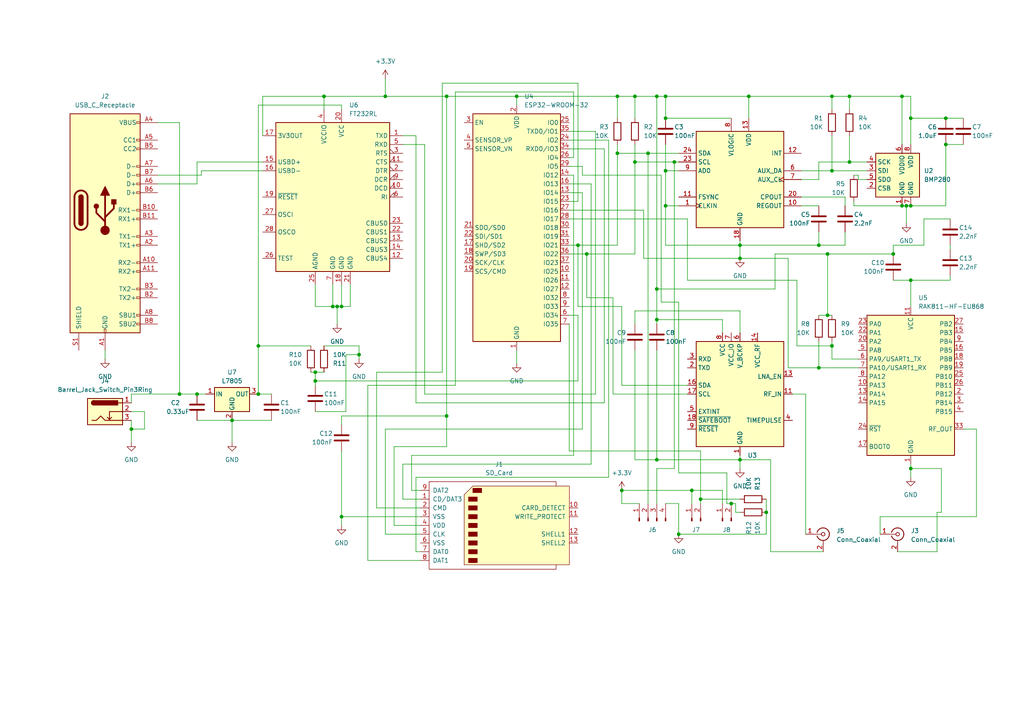
<source format=kicad_sch>
(kicad_sch (version 20230121) (generator eeschema)
  (paper "A4")
  (title_block (title "Se²Oil satelite") (date "2023-08-18") (company "Mario senta a pua, Toledo Daniel"))
  (lib_symbols
    (symbol "Connector:Barrel_Jack_Switch_Pin3Ring" (pin_names hide)
      (property "Reference" "J" (at 0 5.334 0))
      (property "Value" "Barrel_Jack_Switch_Pin3Ring" (at 0 -5.08 0))
      (symbol "Barrel_Jack_Switch_Pin3Ring_1_1"
        (pin passive line (at 7.62 2.54 180) (length 2.54) (name "~") (number "1"))
        (pin passive line (at 7.62 0 180) (length 2.54) (name "~") (number "2"))
        (pin passive line (at 7.62 -2.54 180) (length 2.54) (name "~") (number "3"))
      )
    )
    (symbol "Connector:Conn_01x02_Pin" (pin_names (offset 1.016) hide)
      (property "Reference" "J" (at 0 2.54 0))
      (property "Value" "Conn_01x02_Pin" (at 0 -5.08 0))
      (symbol "Conn_01x02_Pin_1_1"
        (pin passive line (at 5.08 0 180) (length 3.81) (name "Pin_1") (number "1"))
        (pin passive line (at 5.08 -2.54 180) (length 3.81) (name "Pin_2") (number "2"))
      )
    )
    (symbol "Connector:Conn_01x04_Pin" (pin_names (offset 1.016) hide)
      (property "Reference" "J" (at 0 5.08 0))
      (property "Value" "Conn_01x04_Pin" (at 0 -7.62 0))
      (symbol "Conn_01x04_Pin_1_1"
        (pin passive line (at 5.08 2.54 180) (length 3.81) (name "Pin_1") (number "1"))
        (pin passive line (at 5.08 0 180) (length 3.81) (name "Pin_2") (number "2"))
        (pin passive line (at 5.08 -2.54 180) (length 3.81) (name "Pin_3") (number "3"))
        (pin passive line (at 5.08 -5.08 180) (length 3.81) (name "Pin_4") (number "4"))
      )
    )
    (symbol "Connector:Conn_Coaxial" (pin_names (offset 1.016) hide)
      (property "Reference" "J" (at 0.254 3.048 0))
      (property "Value" "Conn_Coaxial" (at 2.921 0 90))
      (symbol "Conn_Coaxial_1_1"
        (pin passive line (at -5.08 0 0) (length 2.54) (name "In") (number "1"))
        (pin passive line (at 0 -5.08 90) (length 2.54) (name "Ext") (number "2"))
      )
    )
    (symbol "Connector:SD_Card" (pin_names (offset 1.016))
      (property "Reference" "J" (at -16.51 13.97 0))
      (property "Value" "SD_Card" (at 15.24 -13.97 0))
      (symbol "SD_Card_1_1"
        (pin input line (at -22.86 7.62 0) (length 2.54) (name "CD/DAT3") (number "1"))
        (pin input line (at 22.86 5.08 180) (length 2.54) (name "CARD_DETECT") (number "10"))
        (pin input line (at 22.86 2.54 180) (length 2.54) (name "WRITE_PROTECT") (number "11"))
        (pin input line (at 22.86 -2.54 180) (length 2.54) (name "SHELL1") (number "12"))
        (pin input line (at 22.86 -5.08 180) (length 2.54) (name "SHELL2") (number "13"))
        (pin input line (at -22.86 5.08 0) (length 2.54) (name "CMD") (number "2"))
        (pin power_in line (at -22.86 2.54 0) (length 2.54) (name "VSS") (number "3"))
        (pin power_in line (at -22.86 0 0) (length 2.54) (name "VDD") (number "4"))
        (pin input line (at -22.86 -2.54 0) (length 2.54) (name "CLK") (number "5"))
        (pin power_in line (at -22.86 -5.08 0) (length 2.54) (name "VSS") (number "6"))
        (pin input line (at -22.86 -7.62 0) (length 2.54) (name "DAT0") (number "7"))
        (pin input line (at -22.86 -10.16 0) (length 2.54) (name "DAT1") (number "8"))
        (pin input line (at -22.86 10.16 0) (length 2.54) (name "DAT2") (number "9"))
      )
    )
    (symbol "Connector:USB_C_Receptacle" (pin_names (offset 1.016))
      (property "Reference" "J" (at -10.16 29.21 0))
      (property "Value" "USB_C_Receptacle" (at 10.16 29.21 0))
      (symbol "USB_C_Receptacle_1_1"
        (pin passive line (at 0 -40.64 90) (length 5.08) (name "GND") (number "A1"))
        (pin bidirectional line (at 15.24 -15.24 180) (length 5.08) (name "RX2-") (number "A10"))
        (pin bidirectional line (at 15.24 -17.78 180) (length 5.08) (name "RX2+") (number "A11"))
        (pin passive line (at 0 -40.64 90) (length 5.08) hide (name "GND") (number "A12"))
        (pin bidirectional line (at 15.24 -10.16 180) (length 5.08) (name "TX1+") (number "A2"))
        (pin bidirectional line (at 15.24 -7.62 180) (length 5.08) (name "TX1-") (number "A3"))
        (pin passive line (at 15.24 25.4 180) (length 5.08) (name "VBUS") (number "A4"))
        (pin bidirectional line (at 15.24 20.32 180) (length 5.08) (name "CC1") (number "A5"))
        (pin bidirectional line (at 15.24 7.62 180) (length 5.08) (name "D+") (number "A6"))
        (pin bidirectional line (at 15.24 12.7 180) (length 5.08) (name "D-") (number "A7"))
        (pin bidirectional line (at 15.24 -30.48 180) (length 5.08) (name "SBU1") (number "A8"))
        (pin passive line (at 15.24 25.4 180) (length 5.08) hide (name "VBUS") (number "A9"))
        (pin passive line (at 0 -40.64 90) (length 5.08) hide (name "GND") (number "B1"))
        (pin bidirectional line (at 15.24 0 180) (length 5.08) (name "RX1-") (number "B10"))
        (pin bidirectional line (at 15.24 -2.54 180) (length 5.08) (name "RX1+") (number "B11"))
        (pin passive line (at 0 -40.64 90) (length 5.08) hide (name "GND") (number "B12"))
        (pin bidirectional line (at 15.24 -25.4 180) (length 5.08) (name "TX2+") (number "B2"))
        (pin bidirectional line (at 15.24 -22.86 180) (length 5.08) (name "TX2-") (number "B3"))
        (pin passive line (at 15.24 25.4 180) (length 5.08) hide (name "VBUS") (number "B4"))
        (pin bidirectional line (at 15.24 17.78 180) (length 5.08) (name "CC2") (number "B5"))
        (pin bidirectional line (at 15.24 5.08 180) (length 5.08) (name "D+") (number "B6"))
        (pin bidirectional line (at 15.24 10.16 180) (length 5.08) (name "D-") (number "B7"))
        (pin bidirectional line (at 15.24 -33.02 180) (length 5.08) (name "SBU2") (number "B8"))
        (pin passive line (at 15.24 25.4 180) (length 5.08) hide (name "VBUS") (number "B9"))
        (pin passive line (at -7.62 -40.64 90) (length 5.08) (name "SHIELD") (number "S1"))
      )
    )
    (symbol "Device:C" (pin_numbers hide) (pin_names (offset 0.254))
      (property "Reference" "C" (at 0.635 2.54 0))
      (property "Value" "C" (at 0.635 -2.54 0))
      (symbol "C_1_1"
        (pin passive line (at 0 3.81 270) (length 2.794) (name "~") (number "1"))
        (pin passive line (at 0 -3.81 90) (length 2.794) (name "~") (number "2"))
      )
    )
    (symbol "Device:R" (pin_numbers hide) (pin_names (offset 0))
      (property "Reference" "R" (at 2.032 0 90))
      (property "Value" "R" (at 0 0 90))
      (symbol "R_1_1"
        (pin passive line (at 0 3.81 270) (length 1.27) (name "~") (number "1"))
        (pin passive line (at 0 -3.81 90) (length 1.27) (name "~") (number "2"))
      )
    )
    (symbol "Interface_USB:FT232RL"
      (property "Reference" "U" (at -16.51 22.86 0))
      (property "Value" "FT232RL" (at 10.16 22.86 0))
      (symbol "FT232RL_1_1"
        (pin output line (at 20.32 17.78 180) (length 3.81) (name "TXD") (number "1"))
        (pin input input_low (at 20.32 2.54 180) (length 3.81) (name "DCD") (number "10"))
        (pin input input_low (at 20.32 10.16 180) (length 3.81) (name "CTS") (number "11"))
        (pin bidirectional line (at 20.32 -17.78 180) (length 3.81) (name "CBUS4") (number "12"))
        (pin bidirectional line (at 20.32 -12.7 180) (length 3.81) (name "CBUS2") (number "13"))
        (pin bidirectional line (at 20.32 -15.24 180) (length 3.81) (name "CBUS3") (number "14"))
        (pin bidirectional line (at -20.32 10.16 0) (length 3.81) (name "USBD+") (number "15"))
        (pin bidirectional line (at -20.32 7.62 0) (length 3.81) (name "USBD-") (number "16"))
        (pin power_out line (at -20.32 17.78 0) (length 3.81) (name "3V3OUT") (number "17"))
        (pin power_in line (at 2.54 -25.4 90) (length 3.81) (name "GND") (number "18"))
        (pin input line (at -20.32 0 0) (length 3.81) (name "~{RESET}") (number "19"))
        (pin output output_low (at 20.32 7.62 180) (length 3.81) (name "DTR") (number "2"))
        (pin power_in line (at 2.54 25.4 270) (length 3.81) (name "VCC") (number "20"))
        (pin power_in line (at 5.08 -25.4 90) (length 3.81) (name "GND") (number "21"))
        (pin bidirectional line (at 20.32 -10.16 180) (length 3.81) (name "CBUS1") (number "22"))
        (pin bidirectional line (at 20.32 -7.62 180) (length 3.81) (name "CBUS0") (number "23"))
        (pin power_in line (at -5.08 -25.4 90) (length 3.81) (name "AGND") (number "25"))
        (pin input line (at -20.32 -17.78 0) (length 3.81) (name "TEST") (number "26"))
        (pin input line (at -20.32 -5.08 0) (length 3.81) (name "OSCI") (number "27"))
        (pin output line (at -20.32 -10.16 0) (length 3.81) (name "OSCO") (number "28"))
        (pin output output_low (at 20.32 12.7 180) (length 3.81) (name "RTS") (number "3"))
        (pin power_in line (at -2.54 25.4 270) (length 3.81) (name "VCCIO") (number "4"))
        (pin input line (at 20.32 15.24 180) (length 3.81) (name "RXD") (number "5"))
        (pin input input_low (at 20.32 0 180) (length 3.81) (name "RI") (number "6"))
        (pin power_in line (at 0 -25.4 90) (length 3.81) (name "GND") (number "7"))
        (pin input input_low (at 20.32 5.08 180) (length 3.81) (name "DCR") (number "9"))
      )
    )
    (symbol "RF_GPS:MAX-M8Q"
      (property "Reference" "U" (at -10.16 16.51 0))
      (property "Value" "MAX-M8Q" (at 11.43 16.51 0))
      (symbol "MAX-M8Q_1_1"
        (pin power_in line (at 0 -17.78 90) (length 2.54) (name "GND") (number "1"))
        (pin passive line (at 0 -17.78 90) (length 2.54) hide (name "GND") (number "10"))
        (pin input line (at 15.24 0 180) (length 2.54) (name "RF_IN") (number "11"))
        (pin passive line (at 0 -17.78 90) (length 2.54) hide (name "GND") (number "12"))
        (pin output line (at 15.24 5.08 180) (length 2.54) (name "LNA_EN") (number "13"))
        (pin power_out line (at 5.08 17.78 270) (length 2.54) (name "VCC_RF") (number "14"))
        (pin no_connect line (at 12.7 -5.08 180) (length 2.54) hide (name "Reserved") (number "15"))
        (pin bidirectional line (at -15.24 2.54 0) (length 2.54) (name "SDA") (number "16"))
        (pin input line (at -15.24 0 0) (length 2.54) (name "SCL") (number "17"))
        (pin input line (at -15.24 -7.62 0) (length 2.54) (name "~{SAFEBOOT}") (number "18"))
        (pin output line (at -15.24 7.62 0) (length 2.54) (name "TXD") (number "2"))
        (pin input line (at -15.24 10.16 0) (length 2.54) (name "RXD") (number "3"))
        (pin output line (at 15.24 -7.62 180) (length 2.54) (name "TIMEPULSE") (number "4"))
        (pin input line (at -15.24 -5.08 0) (length 2.54) (name "EXTINT") (number "5"))
        (pin power_in line (at 0 17.78 270) (length 2.54) (name "V_BCKP") (number "6"))
        (pin power_in line (at -2.54 17.78 270) (length 2.54) (name "VCC_IO") (number "7"))
        (pin power_in line (at -5.08 17.78 270) (length 2.54) (name "VCC") (number "8"))
        (pin input line (at -15.24 -10.16 0) (length 2.54) (name "~{RESET}") (number "9"))
      )
    )
    (symbol "RF_Module:ESP32-WROOM-32"
      (property "Reference" "U" (at -12.7 34.29 0))
      (property "Value" "ESP32-WROOM-32" (at 1.27 34.29 0))
      (symbol "ESP32-WROOM-32_1_1"
        (pin power_in line (at 0 -35.56 90) (length 2.54) (name "GND") (number "1"))
        (pin bidirectional line (at 15.24 -12.7 180) (length 2.54) (name "IO25") (number "10"))
        (pin bidirectional line (at 15.24 -15.24 180) (length 2.54) (name "IO26") (number "11"))
        (pin bidirectional line (at 15.24 -17.78 180) (length 2.54) (name "IO27") (number "12"))
        (pin bidirectional line (at 15.24 10.16 180) (length 2.54) (name "IO14") (number "13"))
        (pin bidirectional line (at 15.24 15.24 180) (length 2.54) (name "IO12") (number "14"))
        (pin passive line (at 0 -35.56 90) (length 2.54) hide (name "GND") (number "15"))
        (pin bidirectional line (at 15.24 12.7 180) (length 2.54) (name "IO13") (number "16"))
        (pin bidirectional line (at -15.24 -5.08 0) (length 2.54) (name "SHD/SD2") (number "17"))
        (pin bidirectional line (at -15.24 -7.62 0) (length 2.54) (name "SWP/SD3") (number "18"))
        (pin bidirectional line (at -15.24 -12.7 0) (length 2.54) (name "SCS/CMD") (number "19"))
        (pin power_in line (at 0 35.56 270) (length 2.54) (name "VDD") (number "2"))
        (pin bidirectional line (at -15.24 -10.16 0) (length 2.54) (name "SCK/CLK") (number "20"))
        (pin bidirectional line (at -15.24 0 0) (length 2.54) (name "SDO/SD0") (number "21"))
        (pin bidirectional line (at -15.24 -2.54 0) (length 2.54) (name "SDI/SD1") (number "22"))
        (pin bidirectional line (at 15.24 7.62 180) (length 2.54) (name "IO15") (number "23"))
        (pin bidirectional line (at 15.24 25.4 180) (length 2.54) (name "IO2") (number "24"))
        (pin bidirectional line (at 15.24 30.48 180) (length 2.54) (name "IO0") (number "25"))
        (pin bidirectional line (at 15.24 20.32 180) (length 2.54) (name "IO4") (number "26"))
        (pin bidirectional line (at 15.24 5.08 180) (length 2.54) (name "IO16") (number "27"))
        (pin bidirectional line (at 15.24 2.54 180) (length 2.54) (name "IO17") (number "28"))
        (pin bidirectional line (at 15.24 17.78 180) (length 2.54) (name "IO5") (number "29"))
        (pin input line (at -15.24 30.48 0) (length 2.54) (name "EN") (number "3"))
        (pin bidirectional line (at 15.24 0 180) (length 2.54) (name "IO18") (number "30"))
        (pin bidirectional line (at 15.24 -2.54 180) (length 2.54) (name "IO19") (number "31"))
        (pin no_connect line (at -12.7 -27.94 0) (length 2.54) hide (name "NC") (number "32"))
        (pin bidirectional line (at 15.24 -5.08 180) (length 2.54) (name "IO21") (number "33"))
        (pin bidirectional line (at 15.24 22.86 180) (length 2.54) (name "RXD0/IO3") (number "34"))
        (pin bidirectional line (at 15.24 27.94 180) (length 2.54) (name "TXD0/IO1") (number "35"))
        (pin bidirectional line (at 15.24 -7.62 180) (length 2.54) (name "IO22") (number "36"))
        (pin bidirectional line (at 15.24 -10.16 180) (length 2.54) (name "IO23") (number "37"))
        (pin passive line (at 0 -35.56 90) (length 2.54) hide (name "GND") (number "38"))
        (pin passive line (at 0 -35.56 90) (length 2.54) hide (name "GND") (number "39"))
        (pin input line (at -15.24 25.4 0) (length 2.54) (name "SENSOR_VP") (number "4"))
        (pin input line (at -15.24 22.86 0) (length 2.54) (name "SENSOR_VN") (number "5"))
        (pin input line (at 15.24 -25.4 180) (length 2.54) (name "IO34") (number "6"))
        (pin input line (at 15.24 -27.94 180) (length 2.54) (name "IO35") (number "7"))
        (pin bidirectional line (at 15.24 -20.32 180) (length 2.54) (name "IO32") (number "8"))
        (pin bidirectional line (at 15.24 -22.86 180) (length 2.54) (name "IO33") (number "9"))
      )
    )
    (symbol "RF_Module:RAK811-HF-EU868"
      (property "Reference" "U" (at 0 31.75 0))
      (property "Value" "RAK811-HF-EU868" (at 0 27.94 0))
      (symbol "RAK811-HF-EU868_0_0"
        (pin power_in line (at 0 -22.86 90) (length 2.54) (name "GND") (number "1"))
        (pin bidirectional line (at -15.24 0 0) (length 2.54) (name "PA13") (number "10"))
        (pin power_in line (at 0 22.86 270) (length 2.54) (name "VCC") (number "11"))
        (pin passive line (at 0 -22.86 90) (length 2.54) hide (name "GND") (number "12"))
        (pin bidirectional line (at -15.24 -2.54 0) (length 2.54) (name "PA14") (number "13"))
        (pin bidirectional line (at -15.24 -5.08 0) (length 2.54) (name "PA15") (number "14"))
        (pin bidirectional line (at 15.24 15.24 180) (length 2.54) (name "PB3") (number "15"))
        (pin bidirectional line (at 15.24 10.16 180) (length 2.54) (name "PB5") (number "16"))
        (pin input line (at -15.24 -17.78 0) (length 2.54) (name "BOOT0") (number "17"))
        (pin bidirectional line (at 15.24 7.62 180) (length 2.54) (name "PB8") (number "18"))
        (pin bidirectional line (at 15.24 5.08 180) (length 2.54) (name "PB9") (number "19"))
        (pin bidirectional line (at 15.24 -2.54 180) (length 2.54) (name "PB12") (number "2"))
        (pin bidirectional line (at -15.24 12.7 0) (length 2.54) (name "PA2") (number "20"))
        (pin passive line (at 0 -22.86 90) (length 2.54) hide (name "GND") (number "21"))
        (pin bidirectional line (at -15.24 15.24 0) (length 2.54) (name "PA1") (number "22"))
        (pin bidirectional line (at -15.24 17.78 0) (length 2.54) (name "PA0") (number "23"))
        (pin input line (at -15.24 -12.7 0) (length 2.54) (name "~{RST}") (number "24"))
        (pin bidirectional line (at 15.24 2.54 180) (length 2.54) (name "PB10") (number "25"))
        (pin bidirectional line (at 15.24 0 180) (length 2.54) (name "PB11") (number "26"))
        (pin bidirectional line (at 15.24 17.78 180) (length 2.54) (name "PB2") (number "27"))
        (pin passive line (at 0 -22.86 90) (length 2.54) hide (name "GND") (number "28"))
        (pin passive line (at 0 -22.86 90) (length 2.54) hide (name "GND") (number "29"))
        (pin bidirectional line (at 15.24 -5.08 180) (length 2.54) (name "PB14") (number "3"))
        (pin passive line (at 0 -22.86 90) (length 2.54) hide (name "GND") (number "30"))
        (pin passive line (at 0 -22.86 90) (length 2.54) hide (name "GND") (number "31"))
        (pin passive line (at 0 -22.86 90) (length 2.54) hide (name "GND") (number "32"))
        (pin passive line (at 15.24 -12.7 180) (length 2.54) (name "RF_OUT") (number "33"))
        (pin passive line (at 0 -22.86 90) (length 2.54) hide (name "GND") (number "34"))
        (pin bidirectional line (at 15.24 -7.62 180) (length 2.54) (name "PB15") (number "4"))
        (pin bidirectional line (at -15.24 10.16 0) (length 2.54) (name "PA8") (number "5"))
        (pin bidirectional line (at -15.24 7.62 0) (length 2.54) (name "PA9/USART1_TX") (number "6"))
        (pin bidirectional line (at -15.24 5.08 0) (length 2.54) (name "PA10/USART1_RX") (number "7"))
        (pin bidirectional line (at -15.24 2.54 0) (length 2.54) (name "PA12") (number "8"))
        (pin bidirectional line (at 15.24 12.7 180) (length 2.54) (name "PB4") (number "9"))
      )
    )
    (symbol "Regulator_Linear:L7805" (pin_names (offset 0.254))
      (property "Reference" "U" (at -3.81 3.175 0))
      (property "Value" "L7805" (at 0 3.175 0))
      (symbol "L7805_1_1"
        (pin power_in line (at -7.62 0 0) (length 2.54) (name "IN") (number "1"))
        (pin power_in line (at 0 -7.62 90) (length 2.54) (name "GND") (number "2"))
        (pin power_out line (at 7.62 0 180) (length 2.54) (name "OUT") (number "3"))
      )
    )
    (symbol "Sensor_Motion:MPU-6050"
      (property "Reference" "U" (at -11.43 13.97 0))
      (property "Value" "MPU-6050" (at 7.62 -15.24 0))
      (symbol "MPU-6050_0_0"
        (text "" (at 12.7 -2.54 0) (effects (font (size 1.27 1.27))))
      )
      (symbol "MPU-6050_1_1"
        (pin input clock (at -17.78 -7.62 0) (length 5.08) (name "CLKIN") (number "1"))
        (pin passive line (at 17.78 -7.62 180) (length 5.08) (name "REGOUT") (number "10"))
        (pin input line (at -17.78 -5.08 0) (length 5.08) (name "FSYNC") (number "11"))
        (pin output line (at 17.78 7.62 180) (length 5.08) (name "INT") (number "12"))
        (pin power_in line (at 2.54 17.78 270) (length 3.81) (name "VDD") (number "13"))
        (pin no_connect line (at -12.7 -10.16 0) (length 2.54) hide (name "NC") (number "14"))
        (pin no_connect line (at 12.7 12.7 180) (length 2.54) hide (name "NC") (number "15"))
        (pin no_connect line (at 12.7 10.16 180) (length 2.54) hide (name "NC") (number "16"))
        (pin no_connect line (at 12.7 5.08 180) (length 2.54) hide (name "NC") (number "17"))
        (pin power_in line (at 0 -17.78 90) (length 3.81) (name "GND") (number "18"))
        (pin no_connect line (at 12.7 -10.16 180) (length 2.54) hide (name "RESV") (number "19"))
        (pin no_connect line (at -12.7 12.7 0) (length 2.54) hide (name "NC") (number "2"))
        (pin passive line (at 17.78 -5.08 180) (length 5.08) (name "CPOUT") (number "20"))
        (pin no_connect line (at 12.7 -2.54 180) (length 2.54) hide (name "RESV") (number "21"))
        (pin no_connect line (at 12.7 -12.7 180) (length 2.54) hide (name "RESV") (number "22"))
        (pin input line (at -17.78 5.08 0) (length 5.08) (name "SCL") (number "23"))
        (pin bidirectional line (at -17.78 7.62 0) (length 5.08) (name "SDA") (number "24"))
        (pin no_connect line (at -12.7 10.16 0) (length 2.54) hide (name "NC") (number "3"))
        (pin no_connect line (at -12.7 0 0) (length 2.54) hide (name "NC") (number "4"))
        (pin no_connect line (at -12.7 -2.54 0) (length 2.54) hide (name "NC") (number "5"))
        (pin bidirectional line (at 17.78 2.54 180) (length 5.08) (name "AUX_DA") (number "6"))
        (pin output clock (at 17.78 0 180) (length 5.08) (name "AUX_CL") (number "7"))
        (pin power_in line (at -2.54 17.78 270) (length 3.81) (name "VLOGIC") (number "8"))
        (pin input line (at -17.78 2.54 0) (length 5.08) (name "AD0") (number "9"))
      )
    )
    (symbol "Sensor_Pressure:BMP280"
      (property "Reference" "U" (at -7.62 10.16 0))
      (property "Value" "BMP280" (at 5.08 10.16 0))
      (symbol "BMP280_1_1"
        (pin power_in line (at 0 -7.62 90) (length 2.54) (name "GND") (number "1"))
        (pin input line (at -10.16 -2.54 0) (length 2.54) (name "CSB") (number "2"))
        (pin bidirectional line (at -10.16 2.54 0) (length 2.54) (name "SDI") (number "3"))
        (pin input line (at -10.16 5.08 0) (length 2.54) (name "SCK") (number "4"))
        (pin bidirectional line (at -10.16 0 0) (length 2.54) (name "SDO") (number "5"))
        (pin power_in line (at 0 10.16 270) (length 2.54) (name "VDDIO") (number "6"))
        (pin power_in line (at 2.54 -7.62 90) (length 2.54) (name "GND") (number "7"))
        (pin power_in line (at 2.54 10.16 270) (length 2.54) (name "VDD") (number "8"))
      )
    )
    (symbol "power:+3.3V" (power) (pin_names (offset 0))
      (property "Value" "+3.3V" (at 0 3.556 0))
      (symbol "+3.3V_1_1"
        (pin power_in line (at 0 0 90) (length 0) hide (name "+3.3V") (number "1"))
      )
    )
    (symbol "power:GND" (power) (pin_names (offset 0))
      (property "Value" "GND" (at 0 -3.81 0))
      (symbol "GND_1_1"
        (pin power_in line (at 0 0 270) (length 0) hide (name "GND") (number "1"))
      )
    )
  )
  (junction (at 193.04 59.69))
  (junction (at 274.32 34.29))
  (junction (at 104.14 102.87))
  (junction (at 179.07 44.45))
  (junction (at 261.62 59.69))
  (junction (at 193.04 34.29))
  (junction (at 246.38 27.94))
  (junction (at 74.93 100.33))
  (junction (at 52.07 114.3))
  (junction (at 190.5 92.71))
  (junction (at 57.15 114.3))
  (junction (at 196.85 154.94))
  (junction (at 190.5 27.94))
  (junction (at 264.16 59.69))
  (junction (at 167.64 71.12))
  (junction (at 246.38 46.99))
  (junction (at 179.07 27.94))
  (junction (at 241.3 49.53))
  (junction (at 241.3 100.33))
  (junction (at 187.96 44.45))
  (junction (at 129.54 27.94))
  (junction (at 193.04 27.94))
  (junction (at 91.44 107.95))
  (junction (at 96.52 88.9))
  (junction (at 214.63 71.12))
  (junction (at 91.44 110.49))
  (junction (at 180.34 142.24))
  (junction (at 195.58 46.99))
  (junction (at 212.09 146.05))
  (junction (at 261.62 27.94))
  (junction (at 264.16 135.89))
  (junction (at 190.5 133.35))
  (junction (at 67.31 121.92))
  (junction (at 74.93 114.3))
  (junction (at 237.49 71.12))
  (junction (at 190.5 83.82))
  (junction (at 129.54 120.65))
  (junction (at 111.76 27.94))
  (junction (at 97.79 88.9))
  (junction (at 274.32 41.91))
  (junction (at 240.03 73.66))
  (junction (at 184.15 27.94))
  (junction (at 241.3 27.94))
  (junction (at 170.18 73.66))
  (junction (at 149.86 27.94))
  (junction (at 259.08 73.66))
  (junction (at 214.63 74.93))
  (junction (at 264.16 81.28))
  (junction (at 203.2 144.78))
  (junction (at 214.63 133.35))
  (junction (at 240.03 91.44))
  (junction (at 38.1 124.46))
  (junction (at 99.06 149.86))
  (junction (at 264.16 34.29))
  (junction (at 93.98 27.94))
  (junction (at 184.15 46.99))
  (junction (at 193.04 49.53))
  (junction (at 217.17 27.94))
  (junction (at 237.49 106.68))
  (junction (at 262.89 59.69))
  (junction (at 99.06 88.9))
  (junction (at 222.25 148.59))
  (junction (at 200.66 142.24))
  (wire (pts (xy 193.04 146.05) (xy 196.85 146.05)))
  (wire (pts (xy 186.69 60.96) (xy 186.69 74.93)))
  (wire (pts (xy 237.49 46.99) (xy 246.38 46.99)))
  (wire (pts (xy 179.07 27.94) (xy 184.15 27.94)))
  (wire (pts (xy 184.15 133.35) (xy 190.5 133.35)))
  (wire (pts (xy 255.27 154.94) (xy 255.27 149.86)))
  (wire (pts (xy 101.6 82.55) (xy 101.6 88.9)))
  (wire (pts (xy 238.76 160.02) (xy 223.52 160.02)))
  (wire (pts (xy 166.37 26.67) (xy 166.37 45.72)))
  (wire (pts (xy 195.58 46.99) (xy 184.15 46.99)))
  (wire (pts (xy 255.27 149.86) (xy 283.21 149.86)))
  (wire (pts (xy 78.74 114.3) (xy 74.93 114.3)))
  (wire (pts (xy 111.76 22.86) (xy 111.76 27.94)))
  (wire (pts (xy 165.1 50.8) (xy 166.37 50.8)))
  (wire (pts (xy 67.31 121.92) (xy 67.31 128.27)))
  (wire (pts (xy 109.22 107.95) (xy 128.27 107.95)))
  (wire (pts (xy 120.65 39.37) (xy 116.84 39.37)))
  (wire (pts (xy 240.03 73.66) (xy 259.08 73.66)))
  (wire (pts (xy 247.65 59.69) (xy 247.65 58.42)))
  (wire (pts (xy 196.85 59.69) (xy 193.04 59.69)))
  (wire (pts (xy 264.16 134.62) (xy 264.16 135.89)))
  (wire (pts (xy 237.49 99.06) (xy 237.49 106.68)))
  (wire (pts (xy 180.34 142.24) (xy 180.34 146.05)))
  (wire (pts (xy 149.86 101.6) (xy 149.86 105.41)))
  (wire (pts (xy 187.96 44.45) (xy 179.07 44.45)))
  (wire (pts (xy 184.15 90.17) (xy 214.63 90.17)))
  (wire (pts (xy 217.17 34.29) (xy 217.17 27.94)))
  (wire (pts (xy 74.93 30.48) (xy 99.06 30.48)))
  (wire (pts (xy 259.08 81.28) (xy 264.16 81.28)))
  (wire (pts (xy 190.5 93.98) (xy 190.5 92.71)))
  (wire (pts (xy 38.1 119.38) (xy 41.91 119.38)))
  (wire (pts (xy 199.39 114.3) (xy 177.8 114.3)))
  (wire (pts (xy 193.04 27.94) (xy 217.17 27.94)))
  (wire (pts (xy 223.52 133.35) (xy 214.63 133.35)))
  (wire (pts (xy 190.5 27.94) (xy 193.04 27.94)))
  (wire (pts (xy 246.38 31.75) (xy 246.38 27.94)))
  (wire (pts (xy 246.38 27.94) (xy 261.62 27.94)))
  (wire (pts (xy 237.49 106.68) (xy 248.92 106.68)))
  (wire (pts (xy 231.14 81.28) (xy 231.14 100.33)))
  (wire (pts (xy 248.92 52.07) (xy 251.46 52.07)))
  (wire (pts (xy 214.63 132.08) (xy 214.63 133.35)))
  (wire (pts (xy 116.84 134.62) (xy 171.45 134.62)))
  (wire (pts (xy 106.68 111.76) (xy 132.08 111.76)))
  (wire (pts (xy 274.32 41.91) (xy 279.4 41.91)))
  (wire (pts (xy 128.27 24.13) (xy 167.64 24.13)))
  (wire (pts (xy 193.04 34.29) (xy 193.04 27.94)))
  (wire (pts (xy 177.8 86.36) (xy 177.8 114.3)))
  (wire (pts (xy 184.15 41.91) (xy 184.15 46.99)))
  (wire (pts (xy 93.98 27.94) (xy 93.98 31.75)))
  (wire (pts (xy 209.55 142.24) (xy 200.66 142.24)))
  (wire (pts (xy 109.22 147.32) (xy 109.22 107.95)))
  (wire (pts (xy 116.84 41.91) (xy 123.19 41.91)))
  (wire (pts (xy 114.3 152.4) (xy 114.3 129.54)))
  (wire (pts (xy 262.89 59.69) (xy 262.89 64.77)))
  (wire (pts (xy 214.63 144.78) (xy 203.2 144.78)))
  (wire (pts (xy 121.92 154.94) (xy 111.76 154.94)))
  (wire (pts (xy 214.63 90.17) (xy 214.63 96.52)))
  (wire (pts (xy 99.06 149.86) (xy 99.06 152.4)))
  (wire (pts (xy 123.19 41.91) (xy 123.19 114.3)))
  (wire (pts (xy 199.39 111.76) (xy 180.34 111.76)))
  (wire (pts (xy 170.18 86.36) (xy 177.8 86.36)))
  (wire (pts (xy 184.15 34.29) (xy 184.15 27.94)))
  (wire (pts (xy 196.85 154.94) (xy 222.25 154.94)))
  (wire (pts (xy 99.06 120.65) (xy 99.06 123.19)))
  (wire (pts (xy 132.08 26.67) (xy 166.37 26.67)))
  (wire (pts (xy 165.1 63.5) (xy 199.39 63.5)))
  (wire (pts (xy 187.96 44.45) (xy 187.96 146.05)))
  (wire (pts (xy 172.72 38.1) (xy 165.1 38.1)))
  (wire (pts (xy 149.86 27.94) (xy 149.86 30.48)))
  (wire (pts (xy 38.1 121.92) (xy 38.1 124.46)))
  (wire (pts (xy 267.97 71.12) (xy 267.97 63.5)))
  (wire (pts (xy 214.63 148.59) (xy 213.36 148.59)))
  (wire (pts (xy 261.62 41.91) (xy 261.62 27.94)))
  (wire (pts (xy 57.15 121.92) (xy 67.31 121.92)))
  (wire (pts (xy 168.91 55.88) (xy 165.1 55.88)))
  (wire (pts (xy 196.85 146.05) (xy 196.85 154.94)))
  (wire (pts (xy 74.93 100.33) (xy 90.17 100.33)))
  (wire (pts (xy 120.65 39.37) (xy 120.65 116.84)))
  (wire (pts (xy 273.05 148.59) (xy 271.78 148.59)))
  (wire (pts (xy 132.08 111.76) (xy 132.08 26.67)))
  (wire (pts (xy 52.07 35.56) (xy 45.72 35.56)))
  (wire (pts (xy 214.63 133.35) (xy 214.63 135.89)))
  (wire (pts (xy 196.85 44.45) (xy 187.96 44.45)))
  (wire (pts (xy 170.18 73.66) (xy 184.15 73.66)))
  (wire (pts (xy 45.72 50.8) (xy 58.42 50.8)))
  (wire (pts (xy 275.59 71.12) (xy 275.59 72.39)))
  (wire (pts (xy 179.07 71.12) (xy 179.07 44.45)))
  (wire (pts (xy 274.32 41.91) (xy 274.32 59.69)))
  (wire (pts (xy 119.38 142.24) (xy 119.38 132.08)))
  (wire (pts (xy 128.27 107.95) (xy 128.27 24.13)))
  (wire (pts (xy 283.21 149.86) (xy 283.21 124.46)))
  (wire (pts (xy 129.54 120.65) (xy 129.54 27.94)))
  (wire (pts (xy 241.3 104.14) (xy 241.3 100.33)))
  (wire (pts (xy 191.77 50.8) (xy 168.91 50.8)))
  (wire (pts (xy 193.04 49.53) (xy 196.85 49.53)))
  (wire (pts (xy 190.5 27.94) (xy 190.5 83.82)))
  (wire (pts (xy 121.92 144.78) (xy 116.84 144.78)))
  (wire (pts (xy 241.3 27.94) (xy 246.38 27.94)))
  (wire (pts (xy 99.06 82.55) (xy 99.06 88.9)))
  (wire (pts (xy 58.42 50.8) (xy 58.42 49.53)))
  (wire (pts (xy 121.92 147.32) (xy 109.22 147.32)))
  (wire (pts (xy 200.66 142.24) (xy 200.66 146.05)))
  (wire (pts (xy 203.2 130.81) (xy 165.1 130.81)))
  (wire (pts (xy 214.63 74.93) (xy 228.6 74.93)))
  (wire (pts (xy 193.04 34.29) (xy 212.09 34.29)))
  (wire (pts (xy 237.49 71.12) (xy 214.63 71.12)))
  (wire (pts (xy 165.1 40.64) (xy 176.53 40.64)))
  (wire (pts (xy 167.64 24.13) (xy 167.64 58.42)))
  (wire (pts (xy 248.92 50.8) (xy 248.92 52.07)))
  (wire (pts (xy 217.17 27.94) (xy 241.3 27.94)))
  (wire (pts (xy 184.15 27.94) (xy 190.5 27.94)))
  (wire (pts (xy 224.79 83.82) (xy 190.5 83.82)))
  (wire (pts (xy 99.06 88.9) (xy 97.79 88.9)))
  (wire (pts (xy 275.59 81.28) (xy 275.59 80.01)))
  (wire (pts (xy 52.07 114.3) (xy 57.15 114.3)))
  (wire (pts (xy 264.16 81.28) (xy 264.16 88.9)))
  (wire (pts (xy 38.1 114.3) (xy 52.07 114.3)))
  (wire (pts (xy 121.92 162.56) (xy 106.68 162.56)))
  (wire (pts (xy 180.34 111.76) (xy 180.34 88.9)))
  (wire (pts (xy 168.91 124.46) (xy 168.91 55.88)))
  (wire (pts (xy 193.04 49.53) (xy 193.04 59.69)))
  (wire (pts (xy 213.36 148.59) (xy 213.36 146.05)))
  (wire (pts (xy 209.55 146.05) (xy 209.55 142.24)))
  (wire (pts (xy 99.06 31.75) (xy 99.06 30.48)))
  (wire (pts (xy 186.69 74.93) (xy 214.63 74.93)))
  (wire (pts (xy 273.05 135.89) (xy 273.05 148.59)))
  (wire (pts (xy 246.38 46.99) (xy 251.46 46.99)))
  (wire (pts (xy 264.16 135.89) (xy 264.16 138.43)))
  (wire (pts (xy 191.77 50.8) (xy 191.77 87.63)))
  (wire (pts (xy 267.97 63.5) (xy 275.59 63.5)))
  (wire (pts (xy 111.76 124.46) (xy 168.91 124.46)))
  (wire (pts (xy 203.2 130.81) (xy 203.2 144.78)))
  (wire (pts (xy 199.39 81.28) (xy 231.14 81.28)))
  (wire (pts (xy 199.39 63.5) (xy 199.39 81.28)))
  (wire (pts (xy 41.91 124.46) (xy 38.1 124.46)))
  (wire (pts (xy 74.93 100.33) (xy 74.93 114.3)))
  (wire (pts (xy 91.44 107.95) (xy 93.98 107.95)))
  (wire (pts (xy 171.45 53.34) (xy 165.1 53.34)))
  (wire (pts (xy 261.62 59.69) (xy 262.89 59.69)))
  (wire (pts (xy 271.78 148.59) (xy 271.78 160.02)))
  (wire (pts (xy 184.15 73.66) (xy 184.15 46.99)))
  (wire (pts (xy 165.1 58.42) (xy 167.64 58.42)))
  (wire (pts (xy 264.16 34.29) (xy 274.32 34.29)))
  (wire (pts (xy 168.91 50.8) (xy 168.91 48.26)))
  (wire (pts (xy 93.98 100.33) (xy 104.14 100.33)))
  (wire (pts (xy 233.68 114.3) (xy 229.87 114.3)))
  (wire (pts (xy 52.07 114.3) (xy 52.07 35.56)))
  (wire (pts (xy 264.16 34.29) (xy 264.16 27.94)))
  (wire (pts (xy 259.08 71.12) (xy 259.08 73.66)))
  (wire (pts (xy 129.54 27.94) (xy 149.86 27.94)))
  (wire (pts (xy 45.72 53.34) (xy 57.15 53.34)))
  (wire (pts (xy 222.25 144.78) (xy 222.25 148.59)))
  (wire (pts (xy 116.84 144.78) (xy 116.84 134.62)))
  (wire (pts (xy 231.14 100.33) (xy 241.3 100.33)))
  (wire (pts (xy 193.04 41.91) (xy 193.04 49.53)))
  (wire (pts (xy 232.41 49.53) (xy 241.3 49.53)))
  (wire (pts (xy 58.42 49.53) (xy 76.2 49.53)))
  (wire (pts (xy 99.06 88.9) (xy 101.6 88.9)))
  (wire (pts (xy 209.55 92.71) (xy 209.55 96.52)))
  (wire (pts (xy 121.92 142.24) (xy 119.38 142.24)))
  (wire (pts (xy 190.5 133.35) (xy 190.5 101.6)))
  (wire (pts (xy 190.5 135.89) (xy 195.58 135.89)))
  (wire (pts (xy 180.34 146.05) (xy 185.42 146.05)))
  (wire (pts (xy 245.11 59.69) (xy 245.11 57.15)))
  (wire (pts (xy 247.65 59.69) (xy 261.62 59.69)))
  (wire (pts (xy 224.79 73.66) (xy 224.79 83.82)))
  (wire (pts (xy 91.44 82.55) (xy 91.44 88.9)))
  (wire (pts (xy 114.3 129.54) (xy 129.54 129.54)))
  (wire (pts (xy 99.06 120.65) (xy 129.54 120.65)))
  (wire (pts (xy 120.65 116.84) (xy 175.26 116.84)))
  (wire (pts (xy 129.54 129.54) (xy 129.54 120.65)))
  (wire (pts (xy 264.16 41.91) (xy 264.16 34.29)))
  (wire (pts (xy 38.1 116.84) (xy 38.1 114.3)))
  (wire (pts (xy 241.3 31.75) (xy 241.3 27.94)))
  (wire (pts (xy 76.2 27.94) (xy 93.98 27.94)))
  (wire (pts (xy 166.37 45.72) (xy 165.1 45.72)))
  (wire (pts (xy 279.4 124.46) (xy 283.21 124.46)))
  (wire (pts (xy 190.5 146.05) (xy 190.5 135.89)))
  (wire (pts (xy 237.49 67.31) (xy 237.49 71.12)))
  (wire (pts (xy 259.08 71.12) (xy 267.97 71.12)))
  (wire (pts (xy 228.6 74.93) (xy 228.6 106.68)))
  (wire (pts (xy 96.52 82.55) (xy 96.52 88.9)))
  (wire (pts (xy 99.06 130.81) (xy 99.06 149.86)))
  (wire (pts (xy 120.65 138.43) (xy 120.65 160.02)))
  (wire (pts (xy 184.15 93.98) (xy 184.15 90.17)))
  (wire (pts (xy 180.34 142.24) (xy 200.66 142.24)))
  (wire (pts (xy 237.49 91.44) (xy 240.03 91.44)))
  (wire (pts (xy 190.5 133.35) (xy 214.63 133.35)))
  (wire (pts (xy 123.19 114.3) (xy 172.72 114.3)))
  (wire (pts (xy 166.37 132.08) (xy 166.37 50.8)))
  (wire (pts (xy 176.53 138.43) (xy 120.65 138.43)))
  (wire (pts (xy 251.46 49.53) (xy 241.3 49.53)))
  (wire (pts (xy 195.58 135.89) (xy 195.58 46.99)))
  (wire (pts (xy 240.03 91.44) (xy 241.3 91.44)))
  (wire (pts (xy 57.15 53.34) (xy 57.15 46.99)))
  (wire (pts (xy 111.76 27.94) (xy 129.54 27.94)))
  (wire (pts (xy 264.16 81.28) (xy 275.59 81.28)))
  (wire (pts (xy 76.2 39.37) (xy 76.2 27.94)))
  (wire (pts (xy 165.1 130.81) (xy 165.1 93.98)))
  (wire (pts (xy 74.93 30.48) (xy 74.93 100.33)))
  (wire (pts (xy 38.1 124.46) (xy 38.1 128.27)))
  (wire (pts (xy 30.48 101.6) (xy 30.48 104.14)))
  (wire (pts (xy 97.79 88.9) (xy 96.52 88.9)))
  (wire (pts (xy 179.07 27.94) (xy 179.07 34.29)))
  (wire (pts (xy 273.05 135.89) (xy 264.16 135.89)))
  (wire (pts (xy 104.14 102.87) (xy 104.14 104.14)))
  (wire (pts (xy 149.86 27.94) (xy 179.07 27.94)))
  (wire (pts (xy 241.3 100.33) (xy 241.3 99.06)))
  (wire (pts (xy 223.52 160.02) (xy 223.52 133.35)))
  (wire (pts (xy 179.07 44.45) (xy 179.07 41.91)))
  (wire (pts (xy 167.64 91.44) (xy 165.1 91.44)))
  (wire (pts (xy 213.36 146.05) (xy 212.09 146.05)))
  (wire (pts (xy 91.44 107.95) (xy 91.44 110.49)))
  (wire (pts (xy 57.15 46.99) (xy 76.2 46.99)))
  (wire (pts (xy 170.18 73.66) (xy 170.18 86.36)))
  (wire (pts (xy 91.44 110.49) (xy 91.44 111.76)))
  (wire (pts (xy 91.44 110.49) (xy 167.64 110.49)))
  (wire (pts (xy 167.64 71.12) (xy 179.07 71.12)))
  (wire (pts (xy 121.92 149.86) (xy 99.06 149.86)))
  (wire (pts (xy 248.92 50.8) (xy 247.65 50.8)))
  (wire (pts (xy 184.15 101.6) (xy 184.15 133.35)))
  (wire (pts (xy 237.49 52.07) (xy 237.49 46.99)))
  (wire (pts (xy 167.64 88.9) (xy 180.34 88.9)))
  (wire (pts (xy 245.11 71.12) (xy 237.49 71.12)))
  (wire (pts (xy 248.92 104.14) (xy 241.3 104.14)))
  (wire (pts (xy 224.79 73.66) (xy 240.03 73.66)))
  (wire (pts (xy 264.16 27.94) (xy 261.62 27.94)))
  (wire (pts (xy 210.82 137.16) (xy 210.82 146.05)))
  (wire (pts (xy 196.85 87.63) (xy 196.85 137.16)))
  (wire (pts (xy 176.53 40.64) (xy 176.53 138.43)))
  (wire (pts (xy 106.68 111.76) (xy 106.68 162.56)))
  (wire (pts (xy 193.04 59.69) (xy 193.04 71.12)))
  (wire (pts (xy 196.85 46.99) (xy 195.58 46.99)))
  (wire (pts (xy 228.6 106.68) (xy 237.49 106.68)))
  (wire (pts (xy 167.64 71.12) (xy 167.64 88.9)))
  (wire (pts (xy 67.31 121.92) (xy 78.74 121.92)))
  (wire (pts (xy 232.41 57.15) (xy 245.11 57.15)))
  (wire (pts (xy 232.41 52.07) (xy 237.49 52.07)))
  (wire (pts (xy 190.5 83.82) (xy 190.5 92.71)))
  (wire (pts (xy 90.17 107.95) (xy 91.44 107.95)))
  (wire (pts (xy 190.5 92.71) (xy 209.55 92.71)))
  (wire (pts (xy 214.63 71.12) (xy 214.63 74.93)))
  (wire (pts (xy 240.03 73.66) (xy 240.03 91.44)))
  (wire (pts (xy 274.32 59.69) (xy 264.16 59.69)))
  (wire (pts (xy 91.44 119.38) (xy 100.33 119.38)))
  (wire (pts (xy 210.82 146.05) (xy 212.09 146.05)))
  (wire (pts (xy 171.45 134.62) (xy 171.45 53.34)))
  (wire (pts (xy 97.79 88.9) (xy 97.79 93.98)))
  (wire (pts (xy 214.63 69.85) (xy 214.63 71.12)))
  (wire (pts (xy 196.85 137.16) (xy 210.82 137.16)))
  (wire (pts (xy 165.1 60.96) (xy 186.69 60.96)))
  (wire (pts (xy 262.89 59.69) (xy 264.16 59.69)))
  (wire (pts (xy 241.3 39.37) (xy 241.3 49.53)))
  (wire (pts (xy 246.38 39.37) (xy 246.38 46.99)))
  (wire (pts (xy 41.91 119.38) (xy 41.91 124.46)))
  (wire (pts (xy 203.2 144.78) (xy 203.2 146.05)))
  (wire (pts (xy 57.15 114.3) (xy 59.69 114.3)))
  (wire (pts (xy 271.78 160.02) (xy 260.35 160.02)))
  (wire (pts (xy 91.44 88.9) (xy 96.52 88.9)))
  (wire (pts (xy 119.38 132.08) (xy 166.37 132.08)))
  (wire (pts (xy 175.26 116.84) (xy 175.26 43.18)))
  (wire (pts (xy 93.98 27.94) (xy 111.76 27.94)))
  (wire (pts (xy 222.25 154.94) (xy 222.25 148.59)))
  (wire (pts (xy 167.64 110.49) (xy 167.64 91.44)))
  (wire (pts (xy 100.33 102.87) (xy 104.14 102.87)))
  (wire (pts (xy 104.14 100.33) (xy 104.14 102.87)))
  (wire (pts (xy 120.65 160.02) (xy 121.92 160.02)))
  (wire (pts (xy 100.33 119.38) (xy 100.33 102.87)))
  (wire (pts (xy 233.68 114.3) (xy 233.68 154.94)))
  (wire (pts (xy 232.41 59.69) (xy 237.49 59.69)))
  (wire (pts (xy 191.77 87.63) (xy 196.85 87.63)))
  (wire (pts (xy 193.04 71.12) (xy 214.63 71.12)))
  (wire (pts (xy 172.72 114.3) (xy 172.72 38.1)))
  (wire (pts (xy 165.1 71.12) (xy 167.64 71.12)))
  (wire (pts (xy 121.92 152.4) (xy 114.3 152.4)))
  (wire (pts (xy 165.1 73.66) (xy 170.18 73.66)))
  (wire (pts (xy 168.91 48.26) (xy 165.1 48.26)))
  (wire (pts (xy 111.76 154.94) (xy 111.76 124.46)))
  (wire (pts (xy 175.26 43.18) (xy 165.1 43.18)))
  (wire (pts (xy 274.32 34.29) (xy 279.4 34.29)))
  (wire (pts (xy 245.11 67.31) (xy 245.11 71.12)))
  (symbol (lib_id "power:GND") (at 264.16 138.43 0) (unit 1)
    (property "Reference" "#PWR09" (effects hide))
    (property "Value" "GND" (at 264.16 143.51 0))
  )
  (symbol (lib_id "Device:C") (at 245.11 63.5 0) (unit 1)
    (property "Reference" "C4" (at 247.65 62.23 0) (effects (justify left)))
    (property "Value" "2.2nF" (at 247.65 64.77 0) (effects (justify left)))
    (property "Footprint" "Capacitor_SMD:C_0201_0603Metric" (effects hide))
  )
  (symbol (lib_id "Sensor_Pressure:BMP280") (at 261.62 52.07 0) (unit 1)
    (property "Reference" "U2" (at 267.97 49.53 0) (effects (justify left)))
    (property "Value" "BMP280" (at 267.97 52.07 0) (effects (justify left)))
    (property "Footprint" "Package_LGA:Bosch_LGA-8_2x2.5mm_P0.65mm_ClockwisePinNumbering" (effects hide))
    (property "Datasheet" "https://ae-bst.resource.bosch.com/media/_tech/media/datasheets/BST-BMP280-DS001.pdf" (effects hide))
  )
  (symbol (lib_id "Device:C") (at 91.44 115.57 0) (unit 1)
    (property "Reference" "C11" (at 93.98 114.3 0) (effects (justify left)))
    (property "Value" "100nF" (at 93.98 116.84 0) (effects (justify left)))
    (property "Footprint" "Capacitor_SMD:C_0805_2012Metric" (effects hide))
  )
  (symbol (lib_id "Connector:Conn_01x02_Pin") (at 200.66 151.13 90) (unit 1)
    (property "Reference" "J7" (at 200.66 153.67 90) (effects (justify right)))
    (property "Value" "Conn_01x02_Pin" (effects hide))
    (property "Footprint" "Connector_PinHeader_1.00mm:PinHeader_1x02_P1.00mm_Vertical" (effects hide))
  )
  (symbol (lib_id "power:GND") (at 30.48 104.14 0) (unit 1)
    (property "Reference" "#PWR04" (effects hide))
    (property "Value" "GND" (at 30.48 109.22 0))
  )
  (symbol (lib_id "power:GND") (at 149.86 105.41 0) (unit 1)
    (property "Reference" "#PWR05" (effects hide))
    (property "Value" "GND" (at 149.86 110.49 0))
  )
  (symbol (lib_id "power:GND") (at 196.85 154.94 0) (unit 1)
    (property "Reference" "#PWR014" (effects hide))
    (property "Value" "GND" (at 196.85 160.02 0))
  )
  (symbol (lib_id "power:+3.3V") (at 111.76 22.86 0) (unit 1)
    (property "Reference" "#PWR013" (effects hide))
    (property "Value" "+3.3V" (at 111.76 17.78 0))
  )
  (symbol (lib_id "power:GND") (at 214.63 135.89 0) (unit 1)
    (property "Reference" "#PWR08" (effects hide))
    (property "Value" "GND" (at 214.63 140.97 0))
  )
  (symbol (lib_id "Device:C") (at 275.59 76.2 0) (unit 1)
    (property "Reference" "C13" (at 278.13 74.93 0) (effects (justify left)))
    (property "Value" "2.2nF" (at 278.13 77.47 0) (effects (justify left)))
    (property "Footprint" "Capacitor_SMD:C_0201_0603Metric" (effects hide))
  )
  (symbol (lib_id "Device:C") (at 237.49 63.5 0) (mirror y) (unit 1)
    (property "Reference" "C5" (at 234.95 62.23 0) (effects (justify left)))
    (property "Value" "100nF" (at 234.95 64.77 0) (effects (justify left)))
    (property "Footprint" "Capacitor_SMD:C_0805_2012Metric" (effects hide))
  )
  (symbol (lib_id "Sensor_Motion:MPU-6050") (at 214.63 52.07 0) (unit 1)
    (property "Reference" "U1" (effects hide))
    (property "Value" "MPU-6050" (effects hide))
    (property "Footprint" "Sensor_Motion:InvenSense_QFN-24_4x4mm_P0.5mm" (effects hide))
    (property "Datasheet" "https://invensense.tdk.com/wp-content/uploads/2015/02/MPU-6000-Datasheet1.pdf" (effects hide))
  )
  (symbol (lib_id "Device:C") (at 78.74 118.11 0) (unit 1)
    (property "Reference" "C1" (at 81.28 116.84 0) (effects (justify left)))
    (property "Value" "100nF" (at 81.28 119.38 0) (effects (justify left)))
    (property "Footprint" "Capacitor_SMD:C_0805_2012Metric" (effects hide))
  )
  (symbol (lib_id "Connector:Conn_Coaxial") (at 238.76 154.94 0) (unit 1)
    (property "Reference" "J5" (at 242.57 153.9632 0) (effects (justify left)))
    (property "Value" "Conn_Coaxial" (at 242.57 156.5032 0) (effects (justify left)))
    (property "Footprint" "Connector_Coaxial:U.FL_Hirose_U.FL-R-SMT-1_Vertical" (effects hide))
    (property "Datasheet" " ~" (effects hide))
  )
  (symbol (lib_id "Device:C") (at 193.04 38.1 0) (unit 1)
    (property "Reference" "C3" (at 195.58 36.83 0) (effects (justify left)))
    (property "Value" "100nF" (at 195.58 39.37 0) (effects (justify left)))
    (property "Footprint" "Capacitor_SMD:C_0805_2012Metric" (effects hide))
  )
  (symbol (lib_id "Regulator_Linear:L7805") (at 67.31 114.3 0) (unit 1)
    (property "Reference" "U7" (at 67.31 107.95 0))
    (property "Value" "L7805" (at 67.31 110.49 0))
    (property "Footprint" "Package_TO_SOT_SMD:TO-263-2" (effects hide))
    (property "Datasheet" "http://www.st.com/content/ccc/resource/technical/document/datasheet/41/4f/b3/b0/12/d4/47/88/CD00000444.pdf/files/CD00000444.pdf/jcr:content/translations/en.CD00000444.pdf" (effects hide))
  )
  (symbol (lib_id "power:GND") (at 99.06 152.4 0) (unit 1)
    (property "Reference" "#PWR010" (effects hide))
    (property "Value" "GND" (at 99.06 157.48 0))
  )
  (symbol (lib_id "Connector:Conn_01x04_Pin") (at 187.96 151.13 90) (unit 1)
    (property "Reference" "J6" (at 189.23 153.67 90))
    (property "Value" "Conn_01x04_Pin" (effects hide))
    (property "Footprint" "Connector_PinHeader_1.00mm:PinHeader_1x04_P1.00mm_Vertical" (effects hide))
  )
  (symbol (lib_id "power:GND") (at 97.79 93.98 0) (unit 1)
    (property "Reference" "#PWR01" (effects hide))
    (property "Value" "GND" (at 97.79 99.06 0))
  )
  (symbol (lib_id "power:GND") (at 67.31 128.27 0) (unit 1)
    (property "Reference" "#PWR02" (effects hide))
    (property "Value" "GND" (at 67.31 133.35 0))
  )
  (symbol (lib_id "Device:R") (at 179.07 38.1 0) (mirror y) (unit 1)
    (property "Reference" "R3" (at 176.53 36.83 0) (effects (justify left)))
    (property "Value" "10K" (at 176.53 39.37 0) (effects (justify left)))
    (property "Footprint" "Resistor_SMD:R_0805_2012Metric" (effects hide))
  )
  (symbol (lib_id "RF_Module:ESP32-WROOM-32") (at 149.86 66.04 0) (unit 1)
    (property "Reference" "U4" (at 152.0541 27.94 0) (effects (justify left)))
    (property "Value" "ESP32-WROOM-32" (at 152.0541 30.48 0) (effects (justify left)))
    (property "Footprint" "RF_Module:ESP32-WROOM-32" (effects hide))
    (property "Datasheet" "https://www.espressif.com/sites/default/files/documentation/esp32-wroom-32_datasheet_en.pdf" (effects hide))
  )
  (symbol (lib_id "RF_GPS:MAX-M8Q") (at 214.63 114.3 0) (unit 1)
    (property "Reference" "U3" (at 216.8241 132.08 0) (effects (justify left)))
    (property "Value" "MAX-M8Q" (effects hide))
    (property "Footprint" "RF_GPS:ublox_MAX" (effects hide))
    (property "Datasheet" "https://www.u-blox.com/sites/default/files/MAX-M8-FW3_DataSheet_%28UBX-15031506%29.pdf" (effects hide))
  )
  (symbol (lib_id "Device:C") (at 57.15 118.11 0) (unit 1)
    (property "Reference" "C2" (at 49.53 116.84 0) (effects (justify left)))
    (property "Value" "0.33uF" (at 48.26 119.38 0) (effects (justify left)))
    (property "Footprint" "Capacitor_SMD:C_0201_0603Metric" (effects hide))
  )
  (symbol (lib_id "Device:R") (at 218.44 144.78 270) (mirror x) (unit 1)
    (property "Reference" "R13" (at 219.71 142.24 0) (effects (justify left)))
    (property "Value" "10K" (at 217.17 142.24 0) (effects (justify left)))
    (property "Footprint" "Resistor_SMD:R_0805_2012Metric" (effects hide))
  )
  (symbol (lib_id "Device:R") (at 93.98 104.14 0) (mirror x) (unit 1)
    (property "Reference" "R11" (at 96.52 105.41 0) (effects (justify left)))
    (property "Value" "10K" (at 96.52 102.87 0) (effects (justify left)))
    (property "Footprint" "Resistor_SMD:R_0805_2012Metric" (effects hide))
  )
  (symbol (lib_id "Device:C") (at 274.32 38.1 0) (mirror y) (unit 1)
    (property "Reference" "C6" (at 271.78 36.83 0) (effects (justify left)))
    (property "Value" "1.0uF" (at 271.78 39.37 0) (effects (justify left)))
    (property "Footprint" "Capacitor_SMD:C_0201_0603Metric" (effects hide))
  )
  (symbol (lib_id "power:GND") (at 104.14 104.14 0) (unit 1)
    (property "Reference" "#PWR011" (effects hide))
    (property "Value" "GND" (at 104.14 109.22 0))
  )
  (symbol (lib_id "Interface_USB:FT232RL") (at 96.52 57.15 0) (unit 1)
    (property "Reference" "U6" (at 101.2541 30.48 0) (effects (justify left)))
    (property "Value" "FT232RL" (at 101.2541 33.02 0) (effects (justify left)))
    (property "Footprint" "Package_SO:SSOP-28_5.3x10.2mm_P0.65mm" (effects hide))
    (property "Datasheet" "https://www.ftdichip.com/Support/Documents/DataSheets/ICs/DS_FT232R.pdf" (effects hide))
  )
  (symbol (lib_id "Device:C") (at 279.4 38.1 0) (unit 1)
    (property "Reference" "C7" (at 281.94 36.83 0) (effects (justify left)))
    (property "Value" "100nF" (at 281.94 39.37 0) (effects (justify left)))
    (property "Footprint" "Capacitor_SMD:C_0805_2012Metric" (effects hide))
  )
  (symbol (lib_id "Device:R") (at 237.49 95.25 0) (mirror y) (unit 1)
    (property "Reference" "R8" (at 234.95 93.98 0) (effects (justify left)))
    (property "Value" "10K" (at 234.95 96.52 0) (effects (justify left)))
    (property "Footprint" "Resistor_SMD:R_0805_2012Metric" (effects hide))
  )
  (symbol (lib_id "Connector:USB_C_Receptacle") (at 30.48 60.96 0) (unit 1)
    (property "Reference" "J2" (at 30.48 27.94 0))
    (property "Value" "USB_C_Receptacle" (at 30.48 30.48 0))
    (property "Footprint" "Connector_USB:USB_C_Receptacle_GCT_USB4085" (effects hide))
    (property "Datasheet" "https://www.usb.org/sites/default/files/documents/usb_type-c.zip" (effects hide))
  )
  (symbol (lib_id "Device:C") (at 259.08 77.47 0) (mirror y) (unit 1)
    (property "Reference" "C10" (at 256.54 76.2 0) (effects (justify left)))
    (property "Value" "100nF" (at 256.54 78.74 0) (effects (justify left)))
    (property "Footprint" "Capacitor_SMD:C_0805_2012Metric" (effects hide))
  )
  (symbol (lib_id "Connector:Conn_01x02_Pin") (at 209.55 151.13 90) (unit 1)
    (property "Reference" "J8" (at 209.55 153.67 90) (effects (justify right)))
    (property "Value" "Conn_01x02_Pin" (effects hide))
    (property "Footprint" "Connector_PinHeader_1.00mm:PinHeader_1x02_P1.00mm_Vertical" (effects hide))
  )
  (symbol (lib_id "Device:R") (at 246.38 35.56 0) (unit 1)
    (property "Reference" "R4" (at 248.92 34.29 0) (effects (justify left)))
    (property "Value" "10K" (at 248.92 36.83 0) (effects (justify left)))
    (property "Footprint" "Resistor_SMD:R_0805_2012Metric" (effects hide))
  )
  (symbol (lib_id "Device:R") (at 247.65 54.61 0) (mirror y) (unit 1)
    (property "Reference" "R5" (at 245.11 53.34 0) (effects (justify left)))
    (property "Value" "10K" (at 245.11 55.88 0) (effects (justify left)))
    (property "Footprint" "Resistor_SMD:R_0805_2012Metric" (effects hide))
  )
  (symbol (lib_id "Connector:SD_Card") (at 144.78 152.4 0) (unit 1)
    (property "Reference" "J1" (at 144.78 134.62 0))
    (property "Value" "SD_Card" (at 144.78 137.16 0))
    (property "Footprint" "Connector_Card:microSD_HC_Hirose_DM3D-SF" (effects hide))
    (property "Datasheet" "http://portal.fciconnect.com/Comergent//fci/drawing/10067847.pdf" (effects hide))
  )
  (symbol (lib_id "Device:R") (at 241.3 35.56 0) (mirror y) (unit 1)
    (property "Reference" "R1" (at 238.76 34.29 0) (effects (justify left)))
    (property "Value" "10K" (at 238.76 36.83 0) (effects (justify left)))
    (property "Footprint" "Resistor_SMD:R_0805_2012Metric" (effects hide))
  )
  (symbol (lib_id "RF_Module:RAK811-HF-EU868") (at 264.16 111.76 0) (unit 1)
    (property "Reference" "U5" (at 266.3541 86.36 0) (effects (justify left)))
    (property "Value" "RAK811-HF-EU868" (at 266.3541 88.9 0) (effects (justify left)))
    (property "Footprint" "RF_Module:RAK811" (effects hide))
    (property "Datasheet" "https://downloads.rakwireless.com/LoRa/RAK811/Hardware_Specification/RAK811_LoRa_Module_Datasheet_V1.4.pdf" (effects hide))
  )
  (symbol (lib_id "power:GND") (at 262.89 64.77 0) (unit 1)
    (property "Reference" "#PWR07" (effects hide))
    (property "Value" "GND" (at 262.89 69.85 0))
  )
  (symbol (lib_id "Device:R") (at 218.44 148.59 90) (mirror x) (unit 1)
    (property "Reference" "R12" (at 217.17 151.13 0) (effects (justify left)))
    (property "Value" "10K" (at 219.71 151.13 0) (effects (justify left)))
    (property "Footprint" "Resistor_SMD:R_0805_2012Metric" (effects hide))
  )
  (symbol (lib_id "Device:R") (at 90.17 104.14 0) (mirror y) (unit 1)
    (property "Reference" "R10" (at 87.63 102.87 0) (effects (justify left)))
    (property "Value" "10K" (at 87.63 105.41 0) (effects (justify left)))
    (property "Footprint" "Resistor_SMD:R_0805_2012Metric" (effects hide))
  )
  (symbol (lib_id "power:+3.3V") (at 180.34 142.24 0) (unit 1)
    (property "Reference" "#PWR012" (effects hide))
    (property "Value" "+3.3V" (at 180.34 137.16 0))
  )
  (symbol (lib_id "Connector:Barrel_Jack_Switch_Pin3Ring") (at 30.48 119.38 0) (unit 1)
    (property "Reference" "J4" (at 30.48 110.49 0))
    (property "Value" "Barrel_Jack_Switch_Pin3Ring" (at 30.48 113.03 0))
    (property "Footprint" "Connector_BarrelJack:BarrelJack_Horizontal" (effects hide))
  )
  (symbol (lib_id "Device:C") (at 184.15 97.79 0) (mirror y) (unit 1)
    (property "Reference" "C9" (at 181.61 96.52 0) (effects (justify left)))
    (property "Value" "100nF" (at 181.61 99.06 0) (effects (justify left)))
    (property "Footprint" "Capacitor_SMD:C_0805_2012Metric" (effects hide))
  )
  (symbol (lib_id "Device:R") (at 184.15 38.1 0) (unit 1)
    (property "Reference" "R2" (at 186.69 36.83 0) (effects (justify left)))
    (property "Value" "10K" (at 186.69 39.37 0) (effects (justify left)))
    (property "Footprint" "Resistor_SMD:R_0805_2012Metric" (effects hide))
  )
  (symbol (lib_id "Device:C") (at 190.5 97.79 0) (unit 1)
    (property "Reference" "C8" (at 193.04 96.52 0) (effects (justify left)))
    (property "Value" "100nF" (at 193.04 99.06 0) (effects (justify left)))
    (property "Footprint" "Capacitor_SMD:C_0805_2012Metric" (effects hide))
  )
  (symbol (lib_id "Device:C") (at 99.06 127 0) (mirror y) (unit 1)
    (property "Reference" "C12" (at 96.52 125.73 0) (effects (justify left)))
    (property "Value" "100nF" (at 96.52 128.27 0) (effects (justify left)))
    (property "Footprint" "Capacitor_SMD:C_0805_2012Metric" (effects hide))
  )
  (symbol (lib_id "Device:C") (at 275.59 67.31 0) (unit 1)
    (property "Reference" "C14" (at 278.13 66.04 0) (effects (justify left)))
    (property "Value" "2.2nF" (at 278.13 68.58 0) (effects (justify left)))
    (property "Footprint" "Capacitor_SMD:C_0201_0603Metric" (effects hide))
  )
  (symbol (lib_id "power:GND") (at 38.1 128.27 0) (unit 1)
    (property "Reference" "#PWR03" (effects hide))
    (property "Value" "GND" (at 38.1 133.35 0))
  )
  (symbol (lib_id "Connector:Conn_Coaxial") (at 260.35 154.94 0) (unit 1)
    (property "Reference" "J3" (at 264.16 153.9632 0) (effects (justify left)))
    (property "Value" "Conn_Coaxial" (at 264.16 156.5032 0) (effects (justify left)))
    (property "Footprint" "Connector_Coaxial:U.FL_Hirose_U.FL-R-SMT-1_Vertical" (effects hide))
    (property "Datasheet" " ~" (effects hide))
  )
  (symbol (lib_id "power:GND") (at 214.63 74.93 0) (unit 1)
    (property "Reference" "#PWR06" (effects hide))
    (property "Value" "GND" (at 214.63 80.01 0))
  )
  (symbol (lib_id "Device:R") (at 241.3 95.25 0) (unit 1)
    (property "Reference" "R9" (at 243.84 93.98 0) (effects (justify left)))
    (property "Value" "10K" (at 243.84 96.52 0) (effects (justify left)))
    (property "Footprint" "Resistor_SMD:R_0805_2012Metric" (effects hide))
  )
)
</source>
